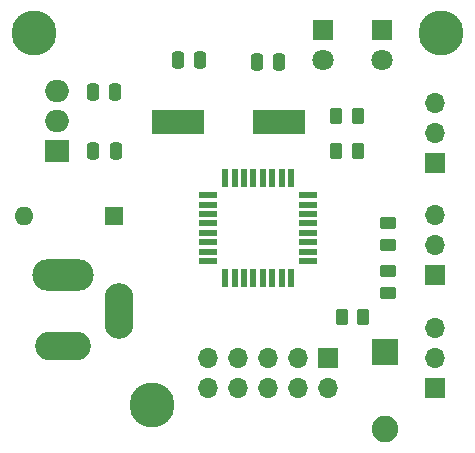
<source format=gbr>
%TF.GenerationSoftware,KiCad,Pcbnew,8.0.6*%
%TF.CreationDate,2024-11-05T10:52:09-07:00*%
%TF.ProjectId,ProjectPCB,50726f6a-6563-4745-9043-422e6b696361,rev?*%
%TF.SameCoordinates,Original*%
%TF.FileFunction,Soldermask,Top*%
%TF.FilePolarity,Negative*%
%FSLAX46Y46*%
G04 Gerber Fmt 4.6, Leading zero omitted, Abs format (unit mm)*
G04 Created by KiCad (PCBNEW 8.0.6) date 2024-11-05 10:52:09*
%MOMM*%
%LPD*%
G01*
G04 APERTURE LIST*
G04 Aperture macros list*
%AMRoundRect*
0 Rectangle with rounded corners*
0 $1 Rounding radius*
0 $2 $3 $4 $5 $6 $7 $8 $9 X,Y pos of 4 corners*
0 Add a 4 corners polygon primitive as box body*
4,1,4,$2,$3,$4,$5,$6,$7,$8,$9,$2,$3,0*
0 Add four circle primitives for the rounded corners*
1,1,$1+$1,$2,$3*
1,1,$1+$1,$4,$5*
1,1,$1+$1,$6,$7*
1,1,$1+$1,$8,$9*
0 Add four rect primitives between the rounded corners*
20,1,$1+$1,$2,$3,$4,$5,0*
20,1,$1+$1,$4,$5,$6,$7,0*
20,1,$1+$1,$6,$7,$8,$9,0*
20,1,$1+$1,$8,$9,$2,$3,0*%
G04 Aperture macros list end*
%ADD10C,3.800000*%
%ADD11RoundRect,0.250000X0.262500X0.450000X-0.262500X0.450000X-0.262500X-0.450000X0.262500X-0.450000X0*%
%ADD12O,5.204000X2.704000*%
%ADD13O,4.704000X2.454000*%
%ADD14O,2.454000X4.704000*%
%ADD15R,1.700000X1.700000*%
%ADD16O,1.700000X1.700000*%
%ADD17R,4.500000X2.000000*%
%ADD18R,2.250000X2.250000*%
%ADD19C,2.250000*%
%ADD20R,1.600000X1.600000*%
%ADD21O,1.600000X1.600000*%
%ADD22RoundRect,0.250000X-0.250000X-0.475000X0.250000X-0.475000X0.250000X0.475000X-0.250000X0.475000X0*%
%ADD23RoundRect,0.250000X0.250000X0.475000X-0.250000X0.475000X-0.250000X-0.475000X0.250000X-0.475000X0*%
%ADD24O,2.000000X1.905000*%
%ADD25R,2.000000X1.905000*%
%ADD26R,0.550000X1.600000*%
%ADD27R,1.600000X0.550000*%
%ADD28RoundRect,0.250000X-0.450000X0.262500X-0.450000X-0.262500X0.450000X-0.262500X0.450000X0.262500X0*%
%ADD29R,1.800000X1.800000*%
%ADD30C,1.800000*%
%ADD31RoundRect,0.250000X0.450000X-0.262500X0.450000X0.262500X-0.450000X0.262500X-0.450000X-0.262500X0*%
G04 APERTURE END LIST*
D10*
%TO.C,H3*%
X133500000Y-117000000D03*
%TD*%
%TO.C,H2*%
X123500000Y-85500000D03*
%TD*%
%TO.C,H1*%
X158000000Y-85500000D03*
%TD*%
D11*
%TO.C,R4*%
X150912500Y-92500000D03*
X149087500Y-92500000D03*
%TD*%
D12*
%TO.C,J5*%
X126000000Y-106000000D03*
D13*
X126000000Y-112000000D03*
D14*
X130700000Y-109000000D03*
%TD*%
D15*
%TO.C,J3*%
X157500000Y-106000000D03*
D16*
X157500000Y-103460000D03*
X157500000Y-100920000D03*
%TD*%
D17*
%TO.C,Y1*%
X144250000Y-93000000D03*
X135750000Y-93000000D03*
%TD*%
D18*
%TO.C,SW1*%
X153250000Y-112500000D03*
D19*
X153250000Y-119000000D03*
%TD*%
D20*
%TO.C,SW2*%
X130300000Y-101000000D03*
D21*
X122680000Y-101000000D03*
%TD*%
D22*
%TO.C,C2*%
X135700000Y-87800000D03*
X137600000Y-87800000D03*
%TD*%
D11*
%TO.C,R5*%
X150912500Y-95500000D03*
X149087500Y-95500000D03*
%TD*%
D22*
%TO.C,C4*%
X130400000Y-90500000D03*
X128500000Y-90500000D03*
%TD*%
D23*
%TO.C,C1*%
X144300000Y-87900000D03*
X142400000Y-87900000D03*
%TD*%
D15*
%TO.C,J1*%
X148375000Y-112975000D03*
D16*
X148375000Y-115515000D03*
X145835000Y-112975000D03*
X145835000Y-115515000D03*
X143295000Y-112975000D03*
X143295000Y-115515000D03*
X140755000Y-112975000D03*
X140755000Y-115515000D03*
X138215000Y-112975000D03*
X138215000Y-115515000D03*
%TD*%
D11*
%TO.C,R1*%
X151412500Y-109500000D03*
X149587500Y-109500000D03*
%TD*%
D24*
%TO.C,U2*%
X125500000Y-90420000D03*
X125500000Y-92960000D03*
D25*
X125500000Y-95500000D03*
%TD*%
D15*
%TO.C,J2*%
X157500000Y-115500000D03*
D16*
X157500000Y-112960000D03*
X157500000Y-110420000D03*
%TD*%
D26*
%TO.C,U1*%
X145300000Y-97750000D03*
X144500000Y-97750000D03*
X143700000Y-97750000D03*
X142900000Y-97750000D03*
X142100000Y-97750000D03*
X141300000Y-97750000D03*
X140500000Y-97750000D03*
X139700000Y-97750000D03*
D27*
X138250000Y-99200000D03*
X138250000Y-100000000D03*
X138250000Y-100800000D03*
X138250000Y-101600000D03*
X138250000Y-102400000D03*
X138250000Y-103200000D03*
X138250000Y-104000000D03*
X138250000Y-104800000D03*
D26*
X139700000Y-106250000D03*
X140500000Y-106250000D03*
X141300000Y-106250000D03*
X142100000Y-106250000D03*
X142900000Y-106250000D03*
X143700000Y-106250000D03*
X144500000Y-106250000D03*
X145300000Y-106250000D03*
D27*
X146750000Y-104800000D03*
X146750000Y-104000000D03*
X146750000Y-103200000D03*
X146750000Y-102400000D03*
X146750000Y-101600000D03*
X146750000Y-100800000D03*
X146750000Y-100000000D03*
X146750000Y-99200000D03*
%TD*%
D28*
%TO.C,R3*%
X153500000Y-105627500D03*
X153500000Y-107452500D03*
%TD*%
D29*
%TO.C,D2*%
X153000000Y-85225000D03*
D30*
X153000000Y-87765000D03*
%TD*%
D31*
%TO.C,R2*%
X153500000Y-103412500D03*
X153500000Y-101587500D03*
%TD*%
D29*
%TO.C,D1*%
X148000000Y-85185000D03*
D30*
X148000000Y-87725000D03*
%TD*%
D15*
%TO.C,J4*%
X157500000Y-96500000D03*
D16*
X157500000Y-93960000D03*
X157500000Y-91420000D03*
%TD*%
D22*
%TO.C,C3*%
X130450000Y-95500000D03*
X128550000Y-95500000D03*
%TD*%
M02*

</source>
